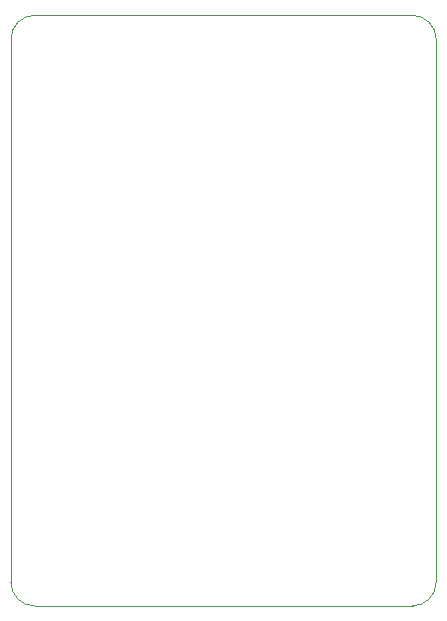
<source format=gbr>
%TF.GenerationSoftware,KiCad,Pcbnew,(5.1.10)-1*%
%TF.CreationDate,2021-09-13T09:28:11+02:00*%
%TF.ProjectId,CarteRecepteur,43617274-6552-4656-9365-70746575722e,rev?*%
%TF.SameCoordinates,Original*%
%TF.FileFunction,Profile,NP*%
%FSLAX46Y46*%
G04 Gerber Fmt 4.6, Leading zero omitted, Abs format (unit mm)*
G04 Created by KiCad (PCBNEW (5.1.10)-1) date 2021-09-13 09:28:11*
%MOMM*%
%LPD*%
G01*
G04 APERTURE LIST*
%TA.AperFunction,Profile*%
%ADD10C,0.050000*%
%TD*%
G04 APERTURE END LIST*
D10*
X141000000Y-93000000D02*
G75*
G02*
X139000000Y-95000000I-2000000J0D01*
G01*
X107000000Y-95000000D02*
G75*
G02*
X105000000Y-93000000I0J2000000D01*
G01*
X139000000Y-45000000D02*
G75*
G02*
X141000000Y-47000000I0J-2000000D01*
G01*
X105000000Y-47000000D02*
G75*
G02*
X107000000Y-45000000I2000000J0D01*
G01*
X105000000Y-93000000D02*
X105000000Y-47000000D01*
X139000000Y-95000000D02*
X107000000Y-95000000D01*
X141000000Y-47000000D02*
X141000000Y-93000000D01*
X107000000Y-45000000D02*
X139000000Y-45000000D01*
M02*

</source>
